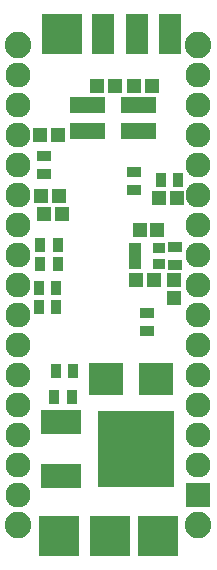
<source format=gbs>
G04 #@! TF.GenerationSoftware,KiCad,Pcbnew,(5.0.0-3-g5ebb6b6)*
G04 #@! TF.CreationDate,2018-09-16T20:00:54+02:00*
G04 #@! TF.ProjectId,Nano_Lambda,4E616E6F5F4C616D6264612E6B696361,rev?*
G04 #@! TF.SameCoordinates,Original*
G04 #@! TF.FileFunction,Soldermask,Bot*
G04 #@! TF.FilePolarity,Negative*
%FSLAX46Y46*%
G04 Gerber Fmt 4.6, Leading zero omitted, Abs format (unit mm)*
G04 Created by KiCad (PCBNEW (5.0.0-3-g5ebb6b6)) date Sunday, 16 September 2018 at 20:00:54*
%MOMM*%
%LPD*%
G01*
G04 APERTURE LIST*
%ADD10C,2.127200*%
%ADD11R,2.127200X2.127200*%
%ADD12C,2.250000*%
%ADD13R,1.197560X1.197560*%
%ADD14R,1.200000X1.150000*%
%ADD15R,1.060400X0.806400*%
%ADD16R,1.300000X0.900000*%
%ADD17R,0.900000X1.300000*%
%ADD18R,1.050000X1.460000*%
%ADD19R,2.900000X2.700000*%
%ADD20R,1.900000X3.400000*%
%ADD21R,3.400000X3.400000*%
%ADD22R,3.448000X2.051000*%
%ADD23R,6.496000X6.496000*%
G04 APERTURE END LIST*
D10*
G04 #@! TO.C,XA1*
X163690000Y-97500000D03*
X163690000Y-94960000D03*
X163690000Y-92420000D03*
X163690000Y-89880000D03*
X163690000Y-87340000D03*
X163690000Y-84800000D03*
X163690000Y-82260000D03*
X163690000Y-79720000D03*
X163690000Y-77180000D03*
X163690000Y-74640000D03*
X163690000Y-72100000D03*
X163690000Y-69560000D03*
X163690000Y-67020000D03*
X163690000Y-64480000D03*
X163690000Y-61940000D03*
X178930000Y-61940000D03*
X178930000Y-64480000D03*
X178930000Y-67020000D03*
X178930000Y-69560000D03*
X178930000Y-72100000D03*
X178930000Y-74640000D03*
X178930000Y-77180000D03*
X178930000Y-79720000D03*
X178930000Y-82260000D03*
X178930000Y-84800000D03*
X178930000Y-87340000D03*
X178930000Y-89880000D03*
X178930000Y-92420000D03*
X178930000Y-94960000D03*
D11*
X178930000Y-97500000D03*
D12*
X178930000Y-100040000D03*
X163690000Y-100040000D03*
X178930000Y-59400000D03*
X163690000Y-59400000D03*
G04 #@! TD*
D13*
G04 #@! TO.C,D2*
X175601400Y-72370000D03*
X177100000Y-72370000D03*
G04 #@! TD*
G04 #@! TO.C,D3*
X176830000Y-79310700D03*
X176830000Y-80809300D03*
G04 #@! TD*
D14*
G04 #@! TO.C,C5*
X165860000Y-73720000D03*
X167360000Y-73720000D03*
G04 #@! TD*
G04 #@! TO.C,C7*
X173950000Y-75040000D03*
X175450000Y-75040000D03*
G04 #@! TD*
G04 #@! TO.C,C9*
X165640000Y-72210000D03*
X167140000Y-72210000D03*
G04 #@! TD*
G04 #@! TO.C,C11*
X165530000Y-67040000D03*
X167030000Y-67040000D03*
G04 #@! TD*
G04 #@! TO.C,C12*
X175150000Y-79290000D03*
X173650000Y-79290000D03*
G04 #@! TD*
D15*
G04 #@! TO.C,IC1*
X175570000Y-77900000D03*
X175570000Y-76579200D03*
X173538000Y-77239600D03*
X173538000Y-76579200D03*
X173538000Y-77900000D03*
G04 #@! TD*
D16*
G04 #@! TO.C,R1*
X176950000Y-77980000D03*
X176950000Y-76480000D03*
G04 #@! TD*
D17*
G04 #@! TO.C,R2*
X177220000Y-70810000D03*
X175720000Y-70810000D03*
G04 #@! TD*
D16*
G04 #@! TO.C,R7*
X165850000Y-70300000D03*
X165850000Y-68800000D03*
G04 #@! TD*
G04 #@! TO.C,R14*
X173500000Y-71680000D03*
X173500000Y-70180000D03*
G04 #@! TD*
D17*
G04 #@! TO.C,R16*
X167010000Y-76290000D03*
X165510000Y-76290000D03*
G04 #@! TD*
G04 #@! TO.C,R17*
X165500000Y-77890000D03*
X167000000Y-77890000D03*
G04 #@! TD*
D16*
G04 #@! TO.C,R19*
X174590000Y-82120000D03*
X174590000Y-83620000D03*
G04 #@! TD*
D17*
G04 #@! TO.C,R20*
X168350000Y-86980000D03*
X166850000Y-86980000D03*
G04 #@! TD*
G04 #@! TO.C,R21*
X166700000Y-89160000D03*
X168200000Y-89160000D03*
G04 #@! TD*
D18*
G04 #@! TO.C,U2*
X173872000Y-66634000D03*
X172922000Y-66634000D03*
X174822000Y-66634000D03*
X174822000Y-64434000D03*
X173872000Y-64434000D03*
X172922000Y-64434000D03*
G04 #@! TD*
G04 #@! TO.C,U3*
X168590000Y-64430000D03*
X169540000Y-64430000D03*
X170490000Y-64430000D03*
X170490000Y-66630000D03*
X168590000Y-66630000D03*
X169540000Y-66630000D03*
G04 #@! TD*
D19*
G04 #@! TO.C,U4*
X171069000Y-87710000D03*
X175369000Y-87710000D03*
G04 #@! TD*
D20*
G04 #@! TO.C,J10*
X176530000Y-58420000D03*
G04 #@! TD*
G04 #@! TO.C,J12*
X170840400Y-58420000D03*
G04 #@! TD*
G04 #@! TO.C,J13*
X173736000Y-58420000D03*
G04 #@! TD*
D21*
G04 #@! TO.C,J6*
X171450000Y-100965000D03*
G04 #@! TD*
G04 #@! TO.C,J2*
X167386000Y-58420000D03*
G04 #@! TD*
G04 #@! TO.C,J4*
X167132000Y-100990400D03*
G04 #@! TD*
G04 #@! TO.C,J7*
X175514000Y-100965000D03*
G04 #@! TD*
D22*
G04 #@! TO.C,U5*
X167259000Y-95885000D03*
D23*
X173609000Y-93599000D03*
D22*
X167259000Y-91313000D03*
G04 #@! TD*
D14*
G04 #@! TO.C,C13*
X174980000Y-62880000D03*
X173480000Y-62880000D03*
G04 #@! TD*
G04 #@! TO.C,C14*
X170330000Y-62880000D03*
X171830000Y-62880000D03*
G04 #@! TD*
D17*
G04 #@! TO.C,R8*
X166910000Y-79990000D03*
X165410000Y-79990000D03*
G04 #@! TD*
G04 #@! TO.C,R9*
X165410000Y-81580000D03*
X166910000Y-81580000D03*
G04 #@! TD*
M02*

</source>
